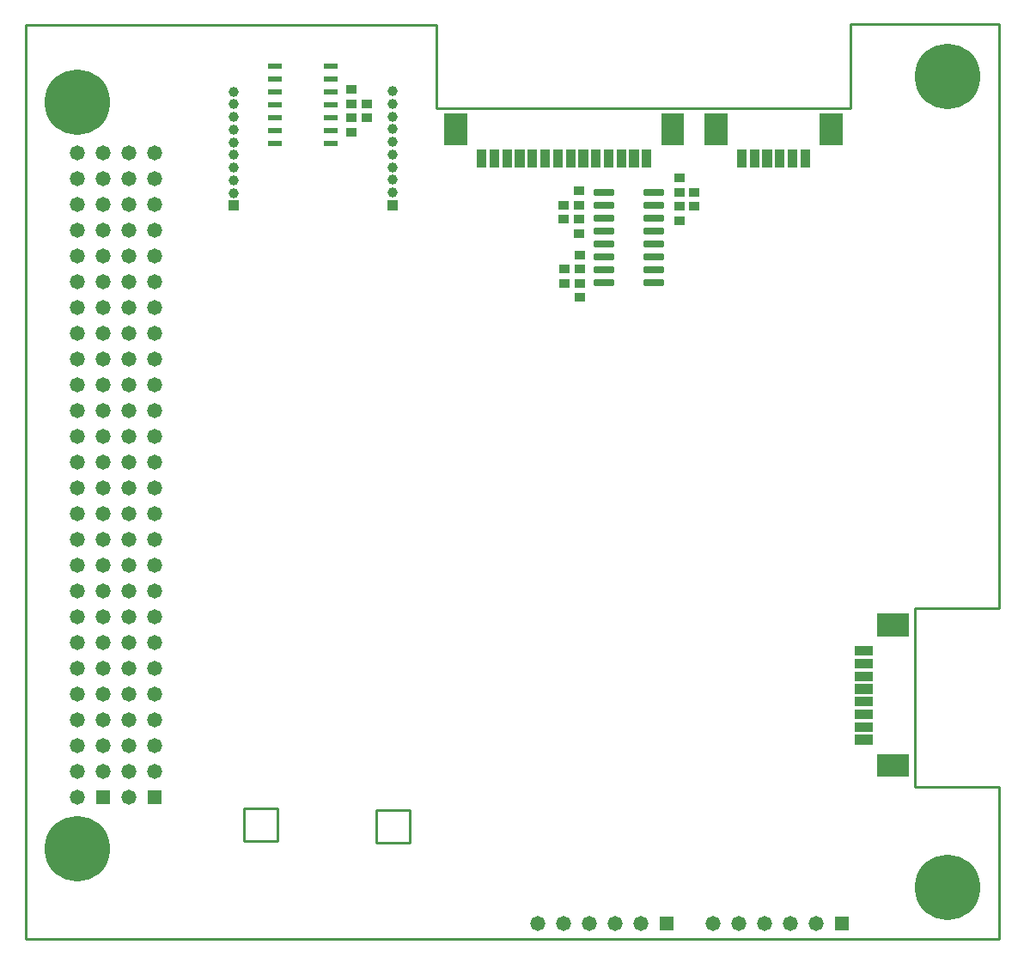
<source format=gbs>
G04*
G04 #@! TF.GenerationSoftware,Altium Limited,Altium Designer,21.8.1 (53)*
G04*
G04 Layer_Color=16711935*
%FSLAX44Y44*%
%MOMM*%
G71*
G04*
G04 #@! TF.SameCoordinates,50A5A8F4-FCC5-4A63-BB33-6A8E803C0949*
G04*
G04*
G04 #@! TF.FilePolarity,Negative*
G04*
G01*
G75*
%ADD15C,0.2540*%
%ADD43R,1.0016X0.9016*%
%ADD56C,1.0024*%
%ADD57R,1.0024X1.0024*%
%ADD58C,1.4716*%
%ADD59R,1.4716X1.4716*%
%ADD60R,1.4716X1.4716*%
%ADD61C,6.4516*%
%ADD84R,1.4605X0.5334*%
G04:AMPARAMS|DCode=87|XSize=2.0816mm|YSize=0.6316mm|CornerRadius=0.1171mm|HoleSize=0mm|Usage=FLASHONLY|Rotation=0.000|XOffset=0mm|YOffset=0mm|HoleType=Round|Shape=RoundedRectangle|*
%AMROUNDEDRECTD87*
21,1,2.0816,0.3975,0,0,0.0*
21,1,1.8475,0.6316,0,0,0.0*
1,1,0.2341,0.9237,-0.1988*
1,1,0.2341,-0.9237,-0.1988*
1,1,0.2341,-0.9237,0.1988*
1,1,0.2341,0.9237,0.1988*
%
%ADD87ROUNDEDRECTD87*%
G36*
X648762Y782238D02*
X626238D01*
Y813762D01*
X648762D01*
Y782238D01*
D02*
G37*
G36*
X435262D02*
X412738D01*
Y813762D01*
X435262D01*
Y782238D01*
D02*
G37*
G36*
X805012Y782238D02*
X782488D01*
Y813762D01*
X805012D01*
Y782238D01*
D02*
G37*
G36*
X691512D02*
X668988D01*
Y813762D01*
X691512D01*
Y782238D01*
D02*
G37*
G36*
X616762Y760238D02*
X607238D01*
Y777762D01*
X616762D01*
Y760238D01*
D02*
G37*
G36*
X604262D02*
X594738D01*
Y777762D01*
X604262D01*
Y760238D01*
D02*
G37*
G36*
X591762D02*
X582238D01*
Y777762D01*
X591762D01*
Y760238D01*
D02*
G37*
G36*
X579262D02*
X569738D01*
Y777762D01*
X579262D01*
Y760238D01*
D02*
G37*
G36*
X566762D02*
X557238D01*
Y777762D01*
X566762D01*
Y760238D01*
D02*
G37*
G36*
X554262D02*
X544738D01*
Y777762D01*
X554262D01*
Y760238D01*
D02*
G37*
G36*
X541762D02*
X532238D01*
Y777762D01*
X541762D01*
Y760238D01*
D02*
G37*
G36*
X529262D02*
X519738D01*
Y777762D01*
X529262D01*
Y760238D01*
D02*
G37*
G36*
X516762D02*
X507238D01*
Y777762D01*
X516762D01*
Y760238D01*
D02*
G37*
G36*
X504262D02*
X494738D01*
Y777762D01*
X504262D01*
Y760238D01*
D02*
G37*
G36*
X491762D02*
X482238D01*
Y777762D01*
X491762D01*
Y760238D01*
D02*
G37*
G36*
X479262D02*
X469738D01*
Y777762D01*
X479262D01*
Y760238D01*
D02*
G37*
G36*
X466762D02*
X457238D01*
Y777762D01*
X466762D01*
Y760238D01*
D02*
G37*
G36*
X454262D02*
X444738D01*
Y777762D01*
X454262D01*
Y760238D01*
D02*
G37*
G36*
X773012Y760238D02*
X763488D01*
Y777762D01*
X773012D01*
Y760238D01*
D02*
G37*
G36*
X760512D02*
X750988D01*
Y777762D01*
X760512D01*
Y760238D01*
D02*
G37*
G36*
X748012D02*
X738488D01*
Y777762D01*
X748012D01*
Y760238D01*
D02*
G37*
G36*
X735512D02*
X725988D01*
Y777762D01*
X735512D01*
Y760238D01*
D02*
G37*
G36*
X723012D02*
X713488D01*
Y777762D01*
X723012D01*
Y760238D01*
D02*
G37*
G36*
X710512D02*
X700988D01*
Y777762D01*
X710512D01*
Y760238D01*
D02*
G37*
G36*
X870762Y297988D02*
X839238D01*
Y320512D01*
X870762D01*
Y297988D01*
D02*
G37*
G36*
X834762Y278988D02*
X817238D01*
Y288512D01*
X834762D01*
Y278988D01*
D02*
G37*
G36*
Y266488D02*
X817238D01*
Y276012D01*
X834762D01*
Y266488D01*
D02*
G37*
G36*
Y253988D02*
X817238D01*
Y263512D01*
X834762D01*
Y253988D01*
D02*
G37*
G36*
Y241488D02*
X817238D01*
Y251012D01*
X834762D01*
Y241488D01*
D02*
G37*
G36*
Y228988D02*
X817238D01*
Y238512D01*
X834762D01*
Y228988D01*
D02*
G37*
G36*
Y216488D02*
X817238D01*
Y226012D01*
X834762D01*
Y216488D01*
D02*
G37*
G36*
Y203988D02*
X817238D01*
Y213512D01*
X834762D01*
Y203988D01*
D02*
G37*
G36*
Y191488D02*
X817238D01*
Y201012D01*
X834762D01*
Y191488D01*
D02*
G37*
G36*
X870762Y159488D02*
X839238D01*
Y182012D01*
X870762D01*
Y159488D01*
D02*
G37*
D15*
X215300Y96520D02*
X248100D01*
X215300Y128820D02*
X248100D01*
X215300Y96520D02*
Y128820D01*
X248100Y96520D02*
Y128820D01*
X345550Y94340D02*
X378350D01*
X345550Y126640D02*
X378350D01*
X345550Y94340D02*
Y126640D01*
X378350Y94340D02*
Y126640D01*
X876155Y325428D02*
X958655D01*
X876155Y150000D02*
Y325428D01*
X959000D02*
X959000Y901700D01*
X876155Y150000D02*
X959000D01*
Y0D02*
Y150000D01*
X0Y901000D02*
X405000D01*
X812500Y901700D02*
X959000Y901700D01*
X405000Y818750D02*
X812500D01*
Y901250D01*
X405000Y818750D02*
Y901000D01*
X0Y0D02*
Y901000D01*
Y0D02*
X959000D01*
D43*
X321000Y837000D02*
D03*
Y823000D02*
D03*
Y809000D02*
D03*
Y795000D02*
D03*
X336000Y823000D02*
D03*
Y809000D02*
D03*
X659000Y736000D02*
D03*
Y722000D02*
D03*
X644000Y750000D02*
D03*
Y736000D02*
D03*
Y722000D02*
D03*
Y708000D02*
D03*
X531000Y646000D02*
D03*
Y660000D02*
D03*
X546000Y632000D02*
D03*
Y646000D02*
D03*
Y660000D02*
D03*
Y674000D02*
D03*
X545000Y709000D02*
D03*
Y695000D02*
D03*
X530000Y723000D02*
D03*
Y709000D02*
D03*
X545000Y737000D02*
D03*
Y723000D02*
D03*
D56*
X205000Y835000D02*
D03*
Y822500D02*
D03*
Y810000D02*
D03*
Y797500D02*
D03*
Y785000D02*
D03*
Y772500D02*
D03*
Y760000D02*
D03*
Y747500D02*
D03*
Y735000D02*
D03*
X362000Y835500D02*
D03*
Y823000D02*
D03*
Y810500D02*
D03*
Y798000D02*
D03*
Y785500D02*
D03*
Y773000D02*
D03*
Y760500D02*
D03*
Y748000D02*
D03*
Y735500D02*
D03*
D57*
X205000Y722500D02*
D03*
X362000Y723000D02*
D03*
D58*
X677000Y15000D02*
D03*
X702400D02*
D03*
X727800D02*
D03*
X753200D02*
D03*
X778600D02*
D03*
X505000D02*
D03*
X530400D02*
D03*
X555800D02*
D03*
X581200D02*
D03*
X606600D02*
D03*
X101600Y647700D02*
D03*
Y622300D02*
D03*
Y571500D02*
D03*
Y596900D02*
D03*
Y520700D02*
D03*
Y495300D02*
D03*
Y469900D02*
D03*
Y419100D02*
D03*
Y444500D02*
D03*
Y368300D02*
D03*
Y317500D02*
D03*
Y393700D02*
D03*
Y342900D02*
D03*
Y546100D02*
D03*
Y673100D02*
D03*
X127000Y266700D02*
D03*
Y342900D02*
D03*
Y317500D02*
D03*
Y292100D02*
D03*
Y368300D02*
D03*
Y419100D02*
D03*
Y165100D02*
D03*
Y215900D02*
D03*
Y241300D02*
D03*
Y190500D02*
D03*
Y393700D02*
D03*
X101600Y774700D02*
D03*
Y698500D02*
D03*
Y749300D02*
D03*
X127000Y723900D02*
D03*
Y749300D02*
D03*
X101600Y723900D02*
D03*
X127000Y774700D02*
D03*
Y698500D02*
D03*
Y647700D02*
D03*
Y622300D02*
D03*
Y596900D02*
D03*
Y571500D02*
D03*
Y546100D02*
D03*
Y520700D02*
D03*
Y469900D02*
D03*
Y444500D02*
D03*
Y673100D02*
D03*
Y495300D02*
D03*
X101600Y241300D02*
D03*
Y266700D02*
D03*
Y190500D02*
D03*
Y292100D02*
D03*
Y139700D02*
D03*
Y215900D02*
D03*
Y165100D02*
D03*
X50800Y647700D02*
D03*
Y622300D02*
D03*
Y571500D02*
D03*
Y596900D02*
D03*
Y520700D02*
D03*
Y495300D02*
D03*
Y469900D02*
D03*
Y419100D02*
D03*
Y444500D02*
D03*
Y368300D02*
D03*
Y317500D02*
D03*
Y393700D02*
D03*
Y342900D02*
D03*
Y546100D02*
D03*
Y673100D02*
D03*
X76200Y266700D02*
D03*
Y342900D02*
D03*
Y317500D02*
D03*
Y292100D02*
D03*
Y368300D02*
D03*
Y419100D02*
D03*
Y165100D02*
D03*
Y215900D02*
D03*
Y241300D02*
D03*
Y190500D02*
D03*
Y393700D02*
D03*
X50800Y774700D02*
D03*
Y698500D02*
D03*
Y749300D02*
D03*
X76200Y723900D02*
D03*
Y749300D02*
D03*
X50800Y723900D02*
D03*
X76200Y774700D02*
D03*
Y698500D02*
D03*
Y647700D02*
D03*
Y622300D02*
D03*
Y596900D02*
D03*
Y571500D02*
D03*
Y546100D02*
D03*
Y520700D02*
D03*
Y469900D02*
D03*
Y444500D02*
D03*
Y673100D02*
D03*
Y495300D02*
D03*
X50800Y241300D02*
D03*
Y266700D02*
D03*
Y190500D02*
D03*
Y292100D02*
D03*
Y139700D02*
D03*
Y215900D02*
D03*
Y165100D02*
D03*
D59*
X804000Y15000D02*
D03*
X632000D02*
D03*
D60*
X127000Y139700D02*
D03*
X76200D02*
D03*
D61*
X908200Y850200D02*
D03*
Y50800D02*
D03*
X50800Y88900D02*
D03*
Y824800D02*
D03*
D84*
X245758Y783900D02*
D03*
Y796600D02*
D03*
Y809300D02*
D03*
Y822000D02*
D03*
Y834700D02*
D03*
Y847400D02*
D03*
Y860100D02*
D03*
X300242D02*
D03*
Y847400D02*
D03*
Y834700D02*
D03*
Y822000D02*
D03*
Y809300D02*
D03*
Y796600D02*
D03*
Y783900D02*
D03*
D87*
X569600Y646300D02*
D03*
Y659000D02*
D03*
Y671700D02*
D03*
Y684400D02*
D03*
Y697100D02*
D03*
Y709800D02*
D03*
Y722500D02*
D03*
Y735200D02*
D03*
X618900D02*
D03*
Y722500D02*
D03*
Y709800D02*
D03*
Y697100D02*
D03*
Y684400D02*
D03*
Y671700D02*
D03*
Y659000D02*
D03*
Y646300D02*
D03*
M02*

</source>
